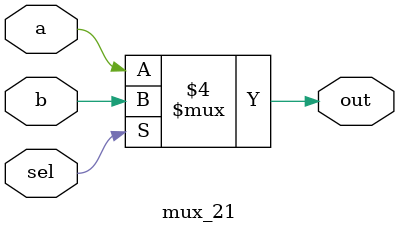
<source format=v>
module mux_21 (
	input a,b,sel, output out );
reg out;
always @(*)
begin

	if (sel ==0)
	begin 

		out =  a;
	end
	else
	begin
		out =b;

	end
end
endmodule


</source>
